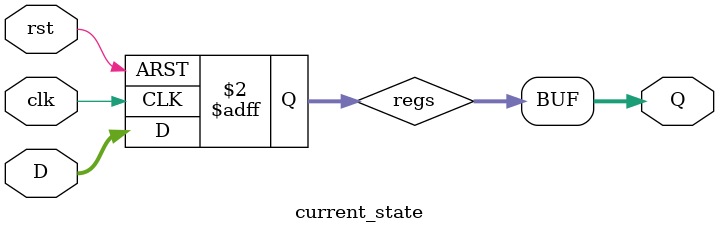
<source format=sv>
module current_state (
		input logic clk, rst,
		input logic [2:0] D,
		output logic [2:0] Q
	);
	logic [2:0] regs;

	always_ff @( posedge clk or posedge rst ) begin : ff_registers
		if (rst) regs = 3'b000;
		else 
			regs = D;
	end

	assign Q = regs;
	
endmodule
</source>
